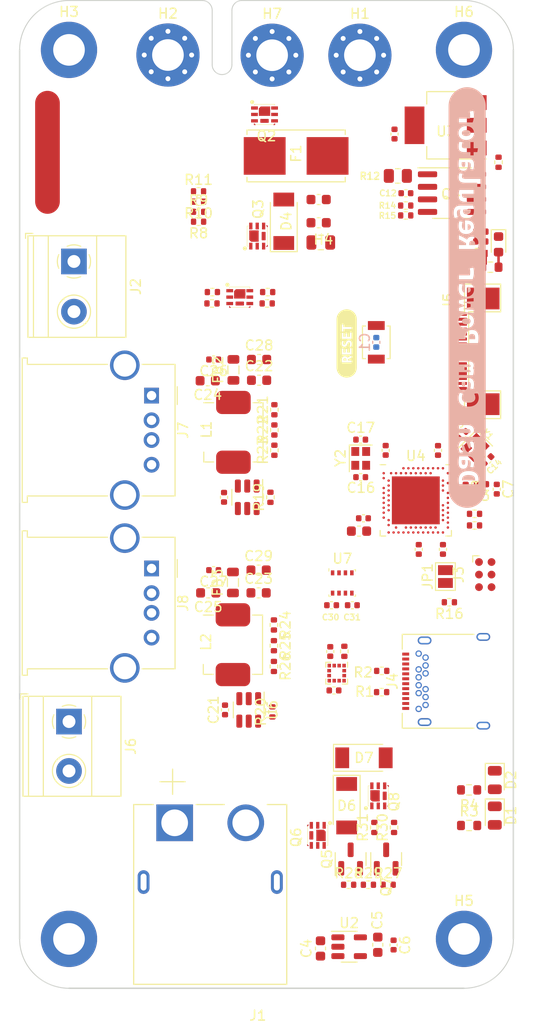
<source format=kicad_pcb>
(kicad_pcb (version 20211014) (generator pcbnew)
  (layers (0 "F.Cu" signal) (1 "In1.Cu" signal) (2 "In2.Cu" signal) (31 "B.Cu" signal) (34 "B.Paste" user) (35 "F.Paste" user) (36 "B.SilkS" user "B.Silkscreen") (37 "F.SilkS" user "F.Silkscreen") (38 "B.Mask" user) (39 "F.Mask" user) (44 "Edge.Cuts" user))
  (net 0 "")
  (net 1 "NRST")
  (net 2 "GND")
  (net 3 "+3V3")
  (net 4 "VDD")
  (net 5 "+12V_IGNITION")
  (net 6 "+12V")
  (net 7 "Net-(Q6-Pad1)")
  (net 8 "VIN_RED")
  (net 10 "Net-(AE1-Pad2)")
  (net 11 "Net-(C20-Pad2)")
  (net 12 "VBAT_RED")
  (net 13 "VCAM_RED")
  (net 14 "LED0")
  (net 15 "SWDIO")
  (net 16 "SWCLK")
  (net 17 "LED1")
  (net 18 "TX")
  (net 19 "RX")
  (net 20 "Net-(D3-Pad2)")
  (net 21 "Net-(D1-Pad2)")
  (net 22 "Net-(D2-Pad2)")
  (net 23 "Net-(F1-Pad1)")
  (net 24 "Net-(Q1-Pad3)")
  (net 25 "Net-(Q1-Pad1)")
  (net 26 "+BATT")
  (net 27 "Net-(C21-Pad1)")
  (net 28 "Net-(Q4-Pad3)")
  (net 29 "Net-(Q4-Pad1)")
  (net 30 "Net-(R13-Pad2)")
  (net 31 "Net-(R14-Pad2)")
  (net 33 "Net-(C14-Pad1)")
  (net 34 "Net-(C15-Pad1)")
  (net 36 "Net-(C16-Pad1)")
  (net 41 "Net-(C17-Pad1)")
  (net 42 "Net-(J3-Pad1)")
  (net 44 "Net-(J3-Pad3)")
  (net 46 "Net-(C21-Pad2)")
  (net 47 "Net-(C22-Pad1)")
  (net 57 "SWO")
  (net 59 "Net-(J4-PadA5)")
  (net 60 "Net-(J4-PadB5)")
  (net 61 "Net-(R17-Pad2)")
  (net 63 "I2C_SCL")
  (net 76 "Net-(C23-Pad1)")
  (net 77 "VBUS")
  (net 79 "Net-(C26-Pad1)")
  (net 80 "Net-(U4-PadH23)")
  (net 83 "Net-(C20-Pad1)")
  (net 92 "Net-(J8-Pad1)")
  (net 93 "D+")
  (net 94 "D-")
  (net 100 "I2C_SDA")
  (net 106 "SPI_CS")
  (net 107 "SPI_MOSI")
  (net 108 "SPI_MISO")
  (net 109 "IGNITION")
  (net 110 "+12V_STATIONARY")
  (net 117 "CAM_SW_0")
  (net 118 "CAM_SW_1")
  (net 119 "Net-(R21-Pad2)")
  (net 120 "Net-(R22-Pad2)")
  (net 121 "Net-(R24-Pad2)")
  (net 122 "Net-(R25-Pad2)")
  (net 124 "+VREG_CAM")
  (net 125 "Net-(D7-Pad2)")
  (net 126 "CAM_PWR_SEL")
  (net 127 "Net-(Q5-Pad3)")
  (net 128 "Net-(Q7-Pad3)")
  (net 129 "Net-(Q8-Pad1)")
  (net 130 "Net-(D6-Pad2)")
  (net 131 "Net-(Q9-Pad1)")
  (net 132 "Net-(Q9-Pad2)")
  (footprint "MountingHole:MountingHole_3.2mm_M3_Pad_Via" (layer "F.Cu") (at 147.9 36.8)
    (fp_text reference "H2")
    (fp_text value "MountingHole_Pad")
  )
  (footprint "Resistor_SMD:R_0402_1005Metric" (layer "F.Cu") (at 151.005002 52.675001)
    (fp_text reference "R9")
    (fp_text value "10k")
  )
  (footprint "Package_TO_SOT_SMD:SOT-223-3_TabPin2" (layer "F.Cu") (at 176.02 43.915 180)
    (fp_text reference "Q4")
    (fp_text value "FZT788B")
  )
  (footprint "ATL:SSM6J507NU" (layer "F.Cu") (at 156.94 55.13 90)
    (fp_text reference "Q3")
    (fp_text value "SSM6J507NU" hide)
  )
  (footprint "Resistor_SMD:R_0603_1608Metric" (layer "F.Cu") (at 180.555 58.28)
    (fp_text reference "R5" hide)
    (fp_text value "1k")
  )
  (footprint "Capacitor_SMD:C_0402_1005Metric" (layer "F.Cu") (at 152.53 67.625 180)
    (fp_text reference "C26")
    (fp_text value "100nF")
  )
  (footprint "ATL:L_0630CDMCCDS-3R3MC" (layer "F.Cu") (at 154.48 96.5 90)
    (fp_text reference "L2")
    (fp_text value "3.3uH")
  )
  (footprint "Capacitor_SMD:C_0603_1608Metric" (layer "F.Cu") (at 157.13 69.725)
    (fp_text reference "C22")
    (fp_text value "22uF")
  )
  (footprint "Resistor_SMD:R_0402_1005Metric" (layer "F.Cu") (at 158 60.8 180)
    (fp_text reference "R35" hide)
    (fp_text value "100k")
  )
  (footprint "Package_TO_SOT_SMD:TSOT-23-6" (layer "F.Cu") (at 155.93 81.575001 -90)
    (fp_text reference "U5" hide)
    (fp_text value "AP62300TWU")
  )
  (footprint "Inductor_SMD:L_0805_2012Metric" (layer "F.Cu") (at 154.479999 90.2 90)
    (fp_text reference "FB3")
    (fp_text value "100R")
  )
  (footprint "Capacitor_SMD:C_0603_1608Metric" (layer "F.Cu") (at 163.35 127.25 90)
    (fp_text reference "C4")
    (fp_text value "1uF")
  )
  (footprint "Package_TO_SOT_SMD:SOT-23-5" (layer "F.Cu") (at 166.25 127.075)
    (fp_text reference "U2")
    (fp_text value "S-1318A33-M5T1U4")
  )
  (footprint "Resistor_SMD:R_0402_1005Metric" (layer "F.Cu") (at 158.28 81.575001 90)
    (fp_text reference "R19")
    (fp_text value "10k")
  )
  (footprint "Crystal:Crystal_SMD_2016-4Pin_2.0x1.6mm" (layer "F.Cu") (at 179.001066 76.527208 -135)
    (fp_text reference "Y1")
    (fp_text value "32MHz")
  )
  (footprint "Capacitor_SMD:C_0402_1005Metric" (layer "F.Cu") (at 181.2 80.75 -90)
    (fp_text reference "C7")
    (fp_text value "1.2pF")
  )
  (footprint "Resistor_SMD:R_0402_1005Metric" (layer "F.Cu") (at 178.95 83.25 180)
    (fp_text reference "R32" hide)
    (fp_text value "4.7k")
  )
  (footprint "ATL:SSM6J507NU" (layer "F.Cu") (at 169.2 111.8 90)
    (fp_text reference "Q8")
    (fp_text value "SSM6J507NU" hide)
  )
  (footprint "Resistor_SMD:R_0402_1005Metric" (layer "F.Cu") (at 152.36 61.95)
    (fp_text reference "R34" hide)
    (fp_text value "100R")
  )
  (footprint "Diode_SMD:D_SOD-128" (layer "F.Cu") (at 159.63 53.63 90)
    (fp_text reference "D4")
    (fp_text value "PMEG6030EP")
  )
  (footprint "ATL:SSM6J507NU" (layer "F.Cu") (at 157.68 42.815)
    (fp_text reference "Q2")
    (fp_text value "SSM6J507NU" hide)
  )
  (footprint "Resistor_SMD:R_0402_1005Metric" (layer "F.Cu") (at 168.8 115 90)
    (fp_text reference "R31")
    (fp_text value "100R")
  )
  (footprint "Connector_USB:USB_A_Molex_67643_Horizontal" (layer "F.Cu") (at 146.24 88.78 -90)
    (fp_text reference "J8")
    (fp_text value "CAM_B-USB_A")
  )
  (footprint "Resistor_SMD:R_0402_1005Metric" (layer "F.Cu") (at 178.95 84.424999 180)
    (fp_text reference "R33" hide)
    (fp_text value "4.7k")
  )
  (footprint "Inductor_SMD:L_0402_1005Metric" (layer "F.Cu") (at 179.65 80.25 180)
    (fp_text reference "L3")
    (fp_text value "3.9nH")
  )
  (footprint "Resistor_SMD:R_0402_1005Metric" (layer "F.Cu") (at 157.95 61.95)
    (fp_text reference "R36" hide)
    (fp_text value "100R")
  )
  (footprint "Resistor_SMD:R_0603_1608Metric" (layer "F.Cu") (at 178.4 111.2)
    (fp_text reference "R4")
    (fp_text value "330R")
  )
  (footprint "Capacitor_SMD:C_0402_1005Metric" (layer "F.Cu") (at 170.845 44.8 -90)
    (fp_text reference "C13" hide)
    (fp_text value "100nF")
  )
  (footprint "Capacitor_SMD:C_0603_1608Metric" (layer "F.Cu") (at 157.08 88.95)
    (fp_text reference "C29")
    (fp_text value "10uF")
  )
  (footprint "Capacitor_SMD:C_0402_1005Metric" (layer "F.Cu") (at 153.58 81.575001 90)
    (fp_text reference "C20" hide)
    (fp_text value "100nF")
  )
  (footprint "Capacitor_SMD:C_0603_1608Metric" (layer "F.Cu") (at 167.25 85 180)
    (fp_text reference "C3" hide)
    (fp_text value "10uF")
  )
  (footprint "Capacitor_SMD:C_0603_1608Metric" (layer "F.Cu") (at 163.16 51.43)
    (fp_text reference "C9" hide)
    (fp_text value "1uF")
  )
  (footprint "Capacitor_SMD:C_0402_1005Metric" (layer "F.Cu") (at 164.475 92.5)
    (fp_text reference "C30")
    (fp_text value "100nF")
  )
  (footprint "Resistor_SMD:R_0402_1005Metric" (layer "F.Cu") (at 158.68 76.811905 90)
    (fp_text reference "R23")
    (fp_text value "150R")
  )
  (footprint "Inductor_SMD:L_0805_2012Metric" (layer "F.Cu") (at 154.53 68.675001 90)
    (fp_text reference "FB2")
    (fp_text value "100R")
  )
  (footprint "Capacitor_SMD:C_0603_1608Metric" (layer "F.Cu") (at 157.080001 91.250001)
    (fp_text reference "C23")
    (fp_text value "22uF")
  )
  (footprint "Resistor_SMD:R_0402_1005Metric" (layer "F.Cu") (at 158.63 94.5 -90)
    (fp_text reference "R24")
    (fp_text value "10k")
  )
  (footprint "Capacitor_SMD:C_0603_1608Metric" (layer "F.Cu") (at 157.13 67.625)
    (fp_text reference "C28")
    (fp_text value "10uF")
  )
  (footprint "Capacitor_SMD:C_0402_1005Metric" (layer "F.Cu") (at 175.75 86.85 90)
    (fp_text reference "C35" hide)
    (fp_text value "100nF")
  )
  (footprint "Resistor_SMD:R_0402_1005Metric" (layer "F.Cu") (at 176.4 92.2 180)
    (fp_text reference "R16")
    (fp_text value "200R")
  )
  (footprint "Package_TO_SOT_SMD:TSOT-23-6" (layer "F.Cu") (at 156.08 103.1 -90)
    (fp_text reference "U6")
    (fp_text value "AP62300TWU")
  )
  (footprint "Crystal:Crystal_SMD_2016-4Pin_2.0x1.6mm" (layer "F.Cu") (at 167.42 77.636091 -90)
    (fp_text reference "Y2")
    (fp_text value "32.768kHz")
  )
  (footprint "Capacitor_SMD:C_0402_1005Metric" (layer "F.Cu") (at 178.05 80.75 -90)
    (fp_text reference "C8")
    (fp_text value "0.8pF")
  )
  (footprint "Resistor_SMD:R_0402_1005Metric" (layer "F.Cu") (at 169.55 99.15 180)
    (fp_text reference "R2")
    (fp_text value "5.1k")
  )
  (footprint "Resistor_SMD:R_0402_1005Metric" (layer "F.Cu") (at 170.800001 115 90)
    (fp_text reference "R30")
    (fp_text value "100k")
  )
  (footprint "Connector_USB:USB_C_Receptacle_Amphenol_12401548E4-2A" (layer "F.Cu") (at 177 100.2 90)
    (fp_text reference "J4")
    (fp_text value "USB_C_Receptacle")
  )
  (footprint "Capacitor_SMD:C_0402_1005Metric" (layer "F.Cu") (at 177.728275 75.254416 -135)
    (fp_text reference "C15")
    (fp_text value "12pF")
  )
  (footprint "Package_TO_SOT_SMD:SOT-23" (layer "F.Cu") (at 170 118.2 90)
    (fp_text reference "Q7")
    (fp_text value "2N7002K")
  )
  (footprint "ATL:AMASS_XT60PW-M" (layer "F.Cu") (at 152.18 120.53 180)
    (fp_text reference "J1")
    (fp_text value "BAT_1")
  )
  (footprint "Resistor_SMD:R_0402_1005Metric" (layer "F.Cu") (at 179.58 55.68 180)
    (fp_text reference "R6" hide)
    (fp_text value "10k")
  )
  (footprint "LED_SMD:LED_0805_2012Metric" (layer "F.Cu") (at 181 110.2 -90)
    (fp_text reference "D2")
    (fp_text value "LED_BLUE")
  )
  (footprint "MountingHole:MountingHole_3.2mm_M3_ISO7380_Pad" (layer "F.Cu") (at 177.88 126.28)
    (fp_text reference "H5")
    (fp_text value "MountingHole")
  )
  (footprint "Capacitor_SMD:C_0402_1005Metric" (layer "F.Cu") (at 180.273858 77.8 -135)
    (fp_text reference "C14")
    (fp_text value "12pF")
  )
  (footprint "Capacitor_SMD:C_0603_1608Metric" (layer "F.Cu") (at 163.16 53.78)
    (fp_text reference "C10" hide)
    (fp_text value "1uF")
  )
  (footprint "kibuzzard-62930C1E" (layer "F.Cu") (at 166 66 90)
    (fp_text reference "kibuzzard-62930C1E" hide)
    (fp_text value "G***" hide)
  )
  (footprint "Resistor_SMD:R_0402_1005Metric" (layer "F.Cu") (at 158.63 96.6 -90)
    (fp_text reference "R25")
    (fp_text value "58k")
  )
  (footprint "Capacitor_SMD:C_0402_1005Metric" (layer "F.Cu") (at 152.53 88.95 180)
    (fp_text reference "C27")
    (fp_text value "100nF")
  )
  (footprint "LED_SMD:LED_0805_2012Metric" (layer "F.Cu") (at 181 113.8 -90)
    (fp_text reference "D1")
    (fp_text value "LED_GREEN")
  )
  (footprint "TerminalBlock_Phoenix:TerminalBlock_Phoenix_MKDS-1,5-2_1x02_P5.00mm_Horizontal" (layer "F.Cu") (at 137.88 104.28 -90)
    (fp_text reference "J6")
    (fp_text value "CAM_B")
  )
  (footprint "MountingHole:MountingHole_3.2mm_M3_ISO7380_Pad" (layer "F.Cu") (at 137.88 36.28)
    (fp_text reference "H3")
    (fp_text value "MountingHole")
  )
  (footprint "Package_LGA:Bosch_LGA-8_2.5x2.5mm_P0.65mm_ClockwisePinNumbering" (layer "F.Cu") (at 165.55 90.25)
    (fp_text reference "U7")
    (fp_text value "BME280")
  )
  (footprint "MountingHole:MountingHole_3.2mm_M3_ISO7380_Pad" (layer "F.Cu") (at 137.88 126.28)
    (fp_text reference "H4")
    (fp_text value "MountingHole")
  )
  (footprint "Resistor_SMD:R_0402_1005Metric" (layer "F.Cu") (at 181.38 47.655 -90)
    (fp_text reference "R13" hide)
    (fp_text value "1k")
  )
  (footprint "Resistor_SMD:R_0402_1005Metric" (layer "F.Cu") (at 171.98 53.04 180)
    (fp_text reference "R15")
    (fp_text value "100k")
  )
  (footprint "Resistor_SMD:R_0603_1608Metric" (layer "F.Cu") (at 178.4 114.8)
    (fp_text reference "R3")
    (fp_text value "100R")
  )
  (footprint "Capacitor_SMD:C_0402_1005Metric" (layer "F.Cu") (at 153.68 103.1 90)
    (fp_text reference "C21")
    (fp_text value "100nF")
  )
  (footprint "Resistor_SMD:R_0402_1005Metric" (layer "F.Cu") (at 166.2 120.8)
    (fp_text reference "R28")
    (fp_text value "10k")
  )
  (footprint "LED_SMD:LED_0603_1608Metric" (layer "F.Cu") (at 181.38 55.967501 -90)
    (fp_text reference "D3" hide)
    (fp_text value "LED_RED_FUSE_FAIL")
  )
  (footprint "Resistor_SMD:R_0402_1005Metric" (layer "F.Cu") (at 168.2 120.8)
    (fp_text reference "R29")
    (fp_text value "100R")
  )
  (footprint "Resistor_SMD:R_0402_1005Metric" (layer "F.Cu") (at 171.98 52.04 180)
    (fp_text reference "R14")
    (fp_text value "100k")
  )
  (footprint "ATL:JUSHUO-FPC_16" (layer "F.Cu") (at 177.575 66.8 90)
    (fp_text reference "J5")
    (fp_text value "Expandable Header")
  )
  (footprint "ATL:L_0630CDMCCDS-3R3MC" (layer "F.Cu") (at 154.53 75 90)
    (fp_text reference "L1")
    (fp_text value "3.3uH")
  )
  (footprint "Diode_SMD:D_SOD-128" (layer "F.Cu") (at 167.75 107.95)
    (fp_text reference "D7")
    (fp_text value "PMEG6030EP")
  )
  (footprint "Capacitor_SMD:C_0402_1005Metric" (layer "F.Cu") (at 169.95 76.82 -90)
    (fp_text reference "C32" hide)
    (fp_text value "100nF")
  )
  (footprint "Resistor_SMD:R_0402_1005Metric" (layer "F.Cu") (at 169.54 101.3 180)
    (fp_text reference "R1")
    (fp_text value "5.1k")
  )
  (footprint "Capacitor_SMD:C_0402_1005Metric" (layer "F.Cu") (at 172 50.79 180)
    (fp_text reference "C12")
    (fp_text value "100nF")
  )
  (footprint "Capacitor_SMD:C_0603_1608Metric" (layer "F.Cu") (at 169.15 126.875 -90)
    (fp_text reference "C5")
    (fp_text value "1uF")
  )
  (footprint "Resistor_SMD:R_0402_1005Metric" (layer "F.Cu") (at 152.4 60.8)
    (fp_text reference "R18" hide)
    (fp_text value "100k")
  )
  (footprint "Resistor_SMD:R_0402_1005Metric" (layer "F.Cu") (at 151.000001 51.65 180)
    (fp_text reference "R10")
    (fp_text value "50k")
  )
  (footprint "Resistor_SMD:R_0402_1005Metric" (layer "F.Cu") (at 158.68 72.711905 90)
    (fp_text reference "R21")
    (fp_text value "10k")
  )
  (footprint "Capacitor_SMD:C_0805_2012Metric" (layer "F.Cu") (at 163.38 55.78)
    (fp_text reference "C11" hide)
    (fp_text value "10uF")
  )
  (footprint "Capacitor_SMD:C_0603_1608Metric" (layer "F.Cu") (at 151.98 91.249999 180)
    (fp_text reference "C25")
    (fp_text value "22uF")
  )
  (footprint "Resistor_SMD:R_0402_1005Metric" (layer "F.Cu") (at 170.2 120.8)
    (fp_text reference "R27")
    (fp_text value "10k")
  )
  (footprint "Capacitor_SMD:C_0402_1005Metric" (layer "F.Cu") (at 170.75 126.9 -90)
    (fp_text reference "C6")
    (fp_text value "100nF")
  )
  (footprint "Capacitor_SMD:C_0402_1005Metric" (layer "F.Cu") (at 175.25 76.83 -90)
    (fp_text reference "C34" hide)
    (fp_text value "100nF")
  )
  (footprint "Connector_USB:USB_A_Molex_67643_Horizontal" (layer "F.Cu") (at 146.24 71.28 -90)
    (fp_text reference "J7")
    (fp_text value "CAM_A-USB_A")
  )
  (footprint "Resistor_SMD:R_0402_1005Metric" (layer "F.Cu") (at 158.68 74.761905 90)
    (fp_text reference "R22")
    (fp_text value "58k")
  )
  (footprint "Fuse:Fuseholder_Littelfuse_Nano2_154x" (layer "F.Cu") (at 160.88 47.015)
    (fp_text reference "F1")
    (fp_text value "3.5A")
  )
  (footprint "Capacitor_SMD:C_0402_1005Metric" (layer "F.Cu") (at 166.575 92.5)
    (fp_text reference "C31")
    (fp_text value "100nF")
  )
  (footprint "Capacitor_SMD:C_0402_1005Metric" (layer "F.Cu") (at 164.714069 101.128231 180)
    (fp_text reference "C18" hide)
    (fp_text value "100nF")
  )
  (footprint "Capacitor_SMD:C_0603_1608Metric" (layer "F.Cu") (at 151.929999 69.775 180)
    (fp_text reference "C24")
    (fp_text value "22uF")
  )
  (footprint "Resistor_SMD:R_0402_1005Metric" (layer "F.Cu") (at 158.48 103.3 90)
    (fp_text reference "R20")
    (fp_text value "10k")
  )
  (footprint "Jumper:SolderJumper-2_P1.3mm_Open_Pad1.0x1.5mm" (layer "F.Cu") (at 176 89.6 90)
    (fp_text reference "JP1")
    (fp_text value "DEBUG_VDD")
  )
  (footprint "MountingHole:MountingHole_3.2mm_M3_Pad_Via" (layer "F.Cu") (at 158.45 36.82)
    (fp_text reference "H7")
    (fp_text value "MountingHole_Pad")
  )
  (footprint "Button_Switch_SMD:SW_SPST_B3U-1000P" (layer "F.Cu") (at 169 65.886091 90)
    (fp_text reference "SW1" hide)
    (fp_text value "SW_Push")
  )
  (footprint "Resistor_SMD:R_0402_1005Metric" (layer "F.Cu") (at 179.589999 54.68)
    (fp_text reference "R7" hide)
    (fp_text value "100k")
  )
  (footprint "TerminalBlock_Phoenix:TerminalBlock_Phoenix_MKDS-1,5-2-5.08_1x02_P5.08mm_Horizontal" (layer "F.Cu") (at 138.38 57.7 -90)
    (fp_text reference "J2")
    (fp_text value "CAM_A")
  )
  (footprint "Package_LGA:LGA-12_2x2mm_P0.5mm" (layer "F.Cu") (at 164.989068 99.378231 -90)
    (fp_text reference "U1" hide)
    (fp_text value "KX022-1020")
  )
  (footprint "Resistor_SMD:R_0402_1005Metric" (layer "F.Cu") (at 158.63 98.7 -90)
    (fp_text reference "R26")
    (fp_text value "150R")
  )
  (footprint "Capacitor_SMD:C_0402_1005Metric" (layer "F.Cu") (at 167.7 83.7)
    (fp_text reference "C33" hide)
    (fp_text value "100nF")
  )
  (footprint "MountingHole:MountingHole_3.2mm_M3_Pad_Via" (layer "F.Cu") (at 167.34 36.82)
    (fp_text reference "H1")
    (fp_text value "MountingHole_Pad")
  )
  (footprint "Capacitor_SMD:C_0402_1005Metric" (layer "F.Cu") (at 167.42 75.736091 180)
    (fp_text reference "C17")
    (fp_text value "12pF")
  )
  (footprint "Resistor_SMD:R_0402_1005Metric" (layer "F.Cu") (at 165.764068 97.168231 -90)
    (fp_text reference "R17" hide)
    (fp_text value "10k")
  )
  (footprint "Resistor_SMD:R_0402_1005Metric" (layer "F.Cu") (at 151.005001 53.675 180)
    (fp_text reference "R8")
    (fp_text value "50k")
  )
  (footprint "Resistor_SMD:R_0402_1005Metric" (layer "F.Cu") (at 151 50.6)
    (fp_text reference "R11")
    (fp_text value "10k")
  )
  (footprint "Capacitor_SMD:C_0402_1005Metric" (layer "F.Cu") (at 164.339069 97.18823 90)
    (fp_text reference "C19" hide)
    (fp_text value "100nF")
  )
  (footprint "Resistor_SMD:R_0805_2012Metric" (layer "F.Cu") (at 171.1825 49.04)
    (fp_text reference "R12")
    (fp_text value "0.2R")
  )
  (footprint "MountingHole:MountingHole_3.2mm_M3_ISO7380_Pad" (layer "F.Cu") (at 177.88 36.28)
    (fp_text reference "H6")
    (fp_text value "MountingHole")
  )
  (footprint "Package_SO:SOIC-8_3.9x4.9mm_P1.27mm" (layer "F.Cu") (at 176.665 50.78)
    (fp_text reference "U3")
    (fp_text value "BQ2057xSN")
  )
  (footprint "Connector:Tag-Connect_TC2030-IDC-NL_2x03_P1.27mm_Vertical" (layer "F.Cu") (at 180.035 89.4 -90)
    (fp_text reference "J3")
    (fp_text value "TC2030")
  )
  (footprint "Capacitor_SMD:C_0402_1005Metric" (layer "F.Cu") (at 173.3 86.85 90)
    (fp_text reference "C2" hide)
    (fp_text value "100nF")
  )
  (footprint "ATL:SSM6J507NU" (layer "F.Cu") (at 163.070001 115.8 -90)
    (fp_text reference "Q6")
    (fp_text value "SSM6J507NU" hide)
  )
  (footprint "Package_TO_SOT_SMD:SOT-23" (layer "F.Cu") (at 166.4 118.2 90)
    (fp_text reference "Q5")
    (fp_text value "2N7002K")
  )
  (footprint "Package_DFN_QFN:Nordic_AQFN-73-1EP_7x7mm_P0.5mm" (layer "F.Cu") (at 173 81.886091)
    (fp_text reference "U4")
    (fp_text value "nRF52840")
  )
  (footprint "ATL:SSM6J507NU" (layer "F.Cu") (at 155.1729 61.31)
    (fp_text reference "Q9" hide)
    (fp_text value "SSM6J507NU" hide)
  )
  (footprint "Capacitor_SMD:C_0402_1005Metric" (layer "F.Cu") (at 167.42 79.536091 180)
    (fp_text reference "C16")
    (fp_text value "12pF")
  )
  (footprint "Diode_SMD:D_SOD-128" (layer "F.Cu") (at 166 112.8 -90)
    (fp_text reference "D6")
    (fp_text value "PMEG6030EP")
  )
  (footprint "Package_DFN_QFN:Diodes_DFN1006-3" (layer "F.Cu") (at 179.73 56.88)
    (fp_text reference "Q1" hide)
    (fp_text value "DMP58D0LFB-7")
  )
  (footprint "kibuzzard-62B547A0" (layer "B.Cu") (at 178.2 61.35 90)
    (fp_text reference "kibuzzard-62B547A0" hide)
    (fp_text value "G***" hide)
  )
  (footprint "Capacitor_SMD:C_0402_1005Metric" (layer "B.Cu") (at 169 65.886091 -90)
    (fp_text reference "C1")
    (fp_text value "100nF")
  )
  (gr_line (start 135.7 41.675) (end 135.7 51.625) (layer "F.Cu") (width 2.5))
  (gr_line locked (start 132.88 126.28) (end 132.88 36.28) (layer "Edge.Cuts") (width 0.15))
  (gr_arc locked (start 177.88 31.28) (mid 181.415534 32.744466) (end 182.88 36.28) (layer "Edge.Cuts") (width 0.1))
  (gr_arc locked (start 182.88 126.28) (mid 181.415534 129.815534) (end 177.88 131.28) (layer "Edge.Cuts") (width 0.1))
  (gr_line locked (start 137.88 31.28) (end 151.38 31.28) (layer "Edge.Cuts") (width 0.1))
  (gr_line locked (start 155.38 31.28) (end 177.88 31.28) (layer "Edge.Cuts") (width 0.1))
  (gr_line locked (start 182.88 36.28) (end 182.88 126.28) (layer "Edge.Cuts") (width 0.15))
  (gr_line locked (start 152.38 32.28) (end 152.38 37.78) (layer "Edge.Cuts") (width 0.1))
  (gr_arc locked (start 154.38 32.28) (mid 154.672893 31.572893) (end 155.38 31.28) (layer "Edge.Cuts") (width 0.1))
  (gr_line locked (start 154.38 37.78) (end 154.38 32.28) (layer "Edge.Cuts") (width 0.1))
  (gr_arc locked (start 154.38 37.78) (mid 153.38 38.78) (end 152.38 37.78) (layer "Edge.Cuts") (width 0.1))
  (gr_arc locked (start 132.88 36.28) (mid 134.344466 32.744466) (end 137.88 31.28) (layer "Edge.Cuts") (width 0.1))
  (gr_line locked (start 177.88 131.28) (end 137.88 131.28) (layer "Edge.Cuts") (width 0.15))
  (gr_arc locked (start 151.38 31.28) (mid 152.087107 31.572893) (end 152.38 32.28) (layer "Edge.Cuts") (width 0.1))
  (gr_arc locked (start 137.88 131.28) (mid 134.344466 129.815534) (end 132.88 126.28) (layer "Edge.Cuts") (width 0.1))
  (segment locked (start 179.07 54.69) (end 179.08 54.68) (width 0.25) (layer "F.Cu") (net 6))
  (segment locked (start 179.07 55.68) (end 179.07 54.69) (width 0.25) (layer "F.Cu") (net 6))
  (segment locked (start 181.38 58.28) (end 181.38 56.755) (width 0.25) (layer "F.Cu") (net 20))
  (segment locked (start 180.08 56.88) (end 180.08 57.93) (width 0.25) (layer "F.Cu") (net 24))
  (segment locked (start 180.08 57.93) (end 179.73 58.28) (width 0.25) (layer "F.Cu") (net 24))
  (segment locked (start 180.09 55.68) (end 179.38 56.39) (width 0.25) (layer "F.Cu") (net 25))
  (segment locked (start 179.38 56.39) (end 179.38 56.655) (width 0.25) (layer "F.Cu") (net 25))
)
</source>
